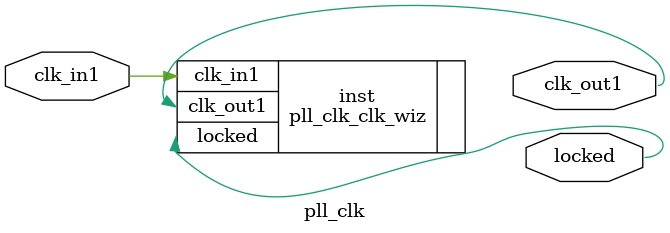
<source format=v>


`timescale 1ps/1ps

(* CORE_GENERATION_INFO = "pll_clk,clk_wiz_v5_4_3_0,{component_name=pll_clk,use_phase_alignment=true,use_min_o_jitter=false,use_max_i_jitter=false,use_dyn_phase_shift=false,use_inclk_switchover=false,use_dyn_reconfig=false,enable_axi=0,feedback_source=FDBK_AUTO,PRIMITIVE=PLL,num_out_clk=1,clkin1_period=10.000,clkin2_period=10.000,use_power_down=false,use_reset=false,use_locked=true,use_inclk_stopped=false,feedback_type=SINGLE,CLOCK_MGR_TYPE=NA,manual_override=false}" *)

module pll_clk 
 (
  // Clock out ports
  output        clk_out1,
  // Status and control signals
  output        locked,
 // Clock in ports
  input         clk_in1
 );

  pll_clk_clk_wiz inst
  (
  // Clock out ports  
  .clk_out1(clk_out1),
  // Status and control signals               
  .locked(locked),
 // Clock in ports
  .clk_in1(clk_in1)
  );

endmodule

</source>
